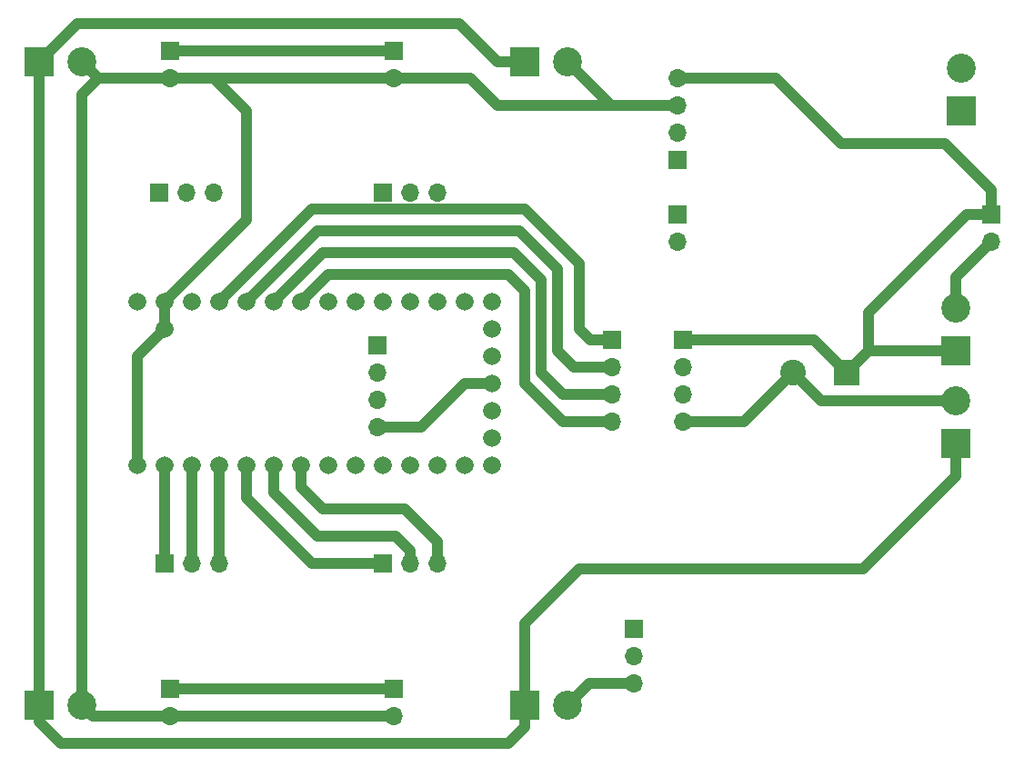
<source format=gtl>
%TF.GenerationSoftware,KiCad,Pcbnew,5.1.10-88a1d61d58~88~ubuntu18.04.1*%
%TF.CreationDate,2022-01-24T00:07:05+01:00*%
%TF.ProjectId,catbot_electronics_board,7061766c-6f76-45f6-9d69-6e695f656c65,rev?*%
%TF.SameCoordinates,Original*%
%TF.FileFunction,Copper,L1,Top*%
%TF.FilePolarity,Positive*%
%FSLAX46Y46*%
G04 Gerber Fmt 4.6, Leading zero omitted, Abs format (unit mm)*
G04 Created by KiCad (PCBNEW 5.1.10-88a1d61d58~88~ubuntu18.04.1) date 2022-01-24 00:07:05*
%MOMM*%
%LPD*%
G01*
G04 APERTURE LIST*
%TA.AperFunction,ComponentPad*%
%ADD10R,2.700000X2.700000*%
%TD*%
%TA.AperFunction,ComponentPad*%
%ADD11C,2.700000*%
%TD*%
%TA.AperFunction,ComponentPad*%
%ADD12R,1.700000X1.700000*%
%TD*%
%TA.AperFunction,ComponentPad*%
%ADD13O,1.700000X1.700000*%
%TD*%
%TA.AperFunction,ComponentPad*%
%ADD14C,1.665000*%
%TD*%
%TA.AperFunction,ComponentPad*%
%ADD15C,2.400000*%
%TD*%
%TA.AperFunction,ComponentPad*%
%ADD16R,2.400000X2.400000*%
%TD*%
%TA.AperFunction,Conductor*%
%ADD17C,1.000000*%
%TD*%
G04 APERTURE END LIST*
D10*
%TO.P,J14,1*%
%TO.N,VCC*%
X152908000Y-121412000D03*
D11*
%TO.P,J14,2*%
%TO.N,GND*%
X152908000Y-117452000D03*
%TD*%
D10*
%TO.P,J8,1*%
%TO.N,+7.5V*%
X67564000Y-154432000D03*
D11*
%TO.P,J8,2*%
%TO.N,GND*%
X71524000Y-154432000D03*
%TD*%
D12*
%TO.P,J21,1*%
%TO.N,VCC*%
X127508000Y-120396000D03*
D13*
%TO.P,J21,2*%
%TO.N,+7.5V*%
X127508000Y-122936000D03*
%TO.P,J21,3*%
%TO.N,Net-(IC1-Pad22)*%
X127508000Y-125476000D03*
%TO.P,J21,4*%
%TO.N,GND*%
X127508000Y-128016000D03*
%TD*%
D12*
%TO.P,J20,1*%
%TO.N,+3V3*%
X79756000Y-152908000D03*
D13*
%TO.P,J20,2*%
%TO.N,GND*%
X79756000Y-155448000D03*
%TD*%
D12*
%TO.P,J19,1*%
%TO.N,+3V3*%
X100584000Y-152908000D03*
D13*
%TO.P,J19,2*%
%TO.N,GND*%
X100584000Y-155448000D03*
%TD*%
D12*
%TO.P,J18,1*%
%TO.N,+3V3*%
X79756000Y-93472000D03*
D13*
%TO.P,J18,2*%
%TO.N,GND*%
X79756000Y-96012000D03*
%TD*%
D12*
%TO.P,J17,1*%
%TO.N,+3V3*%
X100584000Y-93472000D03*
D13*
%TO.P,J17,2*%
%TO.N,GND*%
X100584000Y-96012000D03*
%TD*%
D10*
%TO.P,J16,1*%
%TO.N,+5V*%
X153416000Y-99060000D03*
D11*
%TO.P,J16,2*%
%TO.N,GND*%
X153416000Y-95100000D03*
%TD*%
D10*
%TO.P,J15,1*%
%TO.N,+7.5V*%
X67564000Y-94488000D03*
D11*
%TO.P,J15,2*%
%TO.N,GND*%
X71524000Y-94488000D03*
%TD*%
D12*
%TO.P,J11,1*%
%TO.N,Net-(IC1-Pad30)*%
X120904000Y-120396000D03*
D13*
%TO.P,J11,2*%
%TO.N,Net-(IC1-Pad29)*%
X120904000Y-122936000D03*
%TO.P,J11,3*%
%TO.N,Net-(IC1-Pad28)*%
X120904000Y-125476000D03*
%TO.P,J11,4*%
%TO.N,Net-(IC1-Pad27)*%
X120904000Y-128016000D03*
%TD*%
D10*
%TO.P,J9,1*%
%TO.N,+7.5V*%
X152908000Y-130048000D03*
D11*
%TO.P,J9,2*%
%TO.N,GND*%
X152908000Y-126088000D03*
%TD*%
D12*
%TO.P,J7,1*%
%TO.N,Net-(IC1-Pad5)*%
X99568000Y-141224000D03*
D13*
%TO.P,J7,2*%
%TO.N,Net-(IC1-Pad6)*%
X102108000Y-141224000D03*
%TO.P,J7,3*%
%TO.N,Net-(IC1-Pad7)*%
X104648000Y-141224000D03*
%TD*%
D12*
%TO.P,J6,1*%
%TO.N,Net-(IC1-Pad11)*%
X99568000Y-106680000D03*
D13*
%TO.P,J6,2*%
%TO.N,Net-(IC1-Pad12)*%
X102108000Y-106680000D03*
%TO.P,J6,3*%
%TO.N,Net-(IC1-Pad13)*%
X104648000Y-106680000D03*
%TD*%
D12*
%TO.P,J5,1*%
%TO.N,Net-(IC1-Pad8)*%
X78740000Y-106680000D03*
D13*
%TO.P,J5,2*%
%TO.N,Net-(IC1-Pad9)*%
X81280000Y-106680000D03*
%TO.P,J5,3*%
%TO.N,Net-(IC1-Pad10)*%
X83820000Y-106680000D03*
%TD*%
D12*
%TO.P,J4,1*%
%TO.N,Net-(IC1-Pad2)*%
X79248000Y-141224000D03*
D13*
%TO.P,J4,2*%
%TO.N,Net-(IC1-Pad3)*%
X81788000Y-141224000D03*
%TO.P,J4,3*%
%TO.N,Net-(IC1-Pad4)*%
X84328000Y-141224000D03*
%TD*%
D10*
%TO.P,J3,1*%
%TO.N,+7.5V*%
X112776000Y-94488000D03*
D11*
%TO.P,J3,2*%
%TO.N,GND*%
X116736000Y-94488000D03*
%TD*%
D10*
%TO.P,J2,1*%
%TO.N,+7.5V*%
X112776000Y-154432000D03*
D11*
%TO.P,J2,2*%
%TO.N,GND*%
X116736000Y-154432000D03*
%TD*%
D12*
%TO.P,J1,1*%
%TO.N,Net-(IC1-Pad16)*%
X99060000Y-120904000D03*
D13*
%TO.P,J1,2*%
%TO.N,Net-(IC1-Pad25)*%
X99060000Y-123444000D03*
%TO.P,J1,3*%
%TO.N,Net-(IC1-Pad26)*%
X99060000Y-125984000D03*
%TO.P,J1,4*%
%TO.N,GND*%
X99060000Y-128524000D03*
%TD*%
D12*
%TO.P,J12,1*%
%TO.N,+5V*%
X127000000Y-103632000D03*
D13*
%TO.P,J12,2*%
%TO.N,GND*%
X127000000Y-101092000D03*
%TO.P,J12,3*%
X127000000Y-98552000D03*
%TO.P,J12,4*%
%TO.N,VCC*%
X127000000Y-96012000D03*
%TD*%
D12*
%TO.P,J13,3*%
%TO.N,VCC*%
X156210000Y-108712000D03*
D13*
%TO.P,J13,4*%
%TO.N,GND*%
X156210000Y-111252000D03*
%TO.P,J13,2*%
X127000000Y-111252000D03*
D12*
%TO.P,J13,1*%
%TO.N,+3V3*%
X127000000Y-108712000D03*
%TD*%
D13*
%TO.P,J10,3*%
%TO.N,GND*%
X122936000Y-152400000D03*
%TO.P,J10,2*%
%TO.N,+3V3*%
X122936000Y-149860000D03*
D12*
%TO.P,J10,1*%
%TO.N,Net-(IC1-Pad21)*%
X122936000Y-147320000D03*
%TD*%
D14*
%TO.P,Teensy,34*%
%TO.N,GND*%
X79248000Y-119380000D03*
%TO.P,Teensy,33*%
%TO.N,Net-(IC1-Pad33)*%
X76708000Y-116840000D03*
%TO.P,Teensy,32*%
%TO.N,GND*%
X79248000Y-116840000D03*
%TO.P,Teensy,31*%
%TO.N,Net-(IC1-Pad31)*%
X81788000Y-116840000D03*
%TO.P,Teensy,30*%
%TO.N,Net-(IC1-Pad30)*%
X84328000Y-116840000D03*
%TO.P,Teensy,29*%
%TO.N,Net-(IC1-Pad29)*%
X86868000Y-116840000D03*
%TO.P,Teensy,28*%
%TO.N,Net-(IC1-Pad28)*%
X89408000Y-116840000D03*
%TO.P,Teensy,27*%
%TO.N,Net-(IC1-Pad27)*%
X91948000Y-116840000D03*
%TO.P,Teensy,26*%
%TO.N,Net-(IC1-Pad26)*%
X94488000Y-116840000D03*
%TO.P,Teensy,25*%
%TO.N,Net-(IC1-Pad25)*%
X97028000Y-116840000D03*
%TO.P,Teensy,24*%
%TO.N,Net-(IC1-Pad24)*%
X99568000Y-116840000D03*
%TO.P,Teensy,23*%
%TO.N,Net-(IC1-Pad23)*%
X102108000Y-116840000D03*
%TO.P,Teensy,22*%
%TO.N,Net-(IC1-Pad22)*%
X104648000Y-116840000D03*
%TO.P,Teensy,21*%
%TO.N,Net-(IC1-Pad21)*%
X107188000Y-116840000D03*
%TO.P,Teensy,20*%
%TO.N,Net-(IC1-Pad20)*%
X109728000Y-116840000D03*
%TO.P,Teensy,19*%
%TO.N,Net-(IC1-Pad19)*%
X109728000Y-119380000D03*
%TO.P,Teensy,18*%
%TO.N,Net-(IC1-Pad18)*%
X109728000Y-121920000D03*
%TO.P,Teensy,17*%
%TO.N,GND*%
X109728000Y-124460000D03*
%TO.P,Teensy,16*%
%TO.N,Net-(IC1-Pad16)*%
X109728000Y-127000000D03*
%TO.P,Teensy,15*%
%TO.N,Net-(IC1-Pad15)*%
X109728000Y-129540000D03*
%TO.P,Teensy,14*%
%TO.N,Net-(IC1-Pad14)*%
X109728000Y-132080000D03*
%TO.P,Teensy,13*%
%TO.N,Net-(IC1-Pad13)*%
X107188000Y-132080000D03*
%TO.P,Teensy,12*%
%TO.N,Net-(IC1-Pad12)*%
X104648000Y-132080000D03*
%TO.P,Teensy,11*%
%TO.N,Net-(IC1-Pad11)*%
X102108000Y-132080000D03*
%TO.P,Teensy,10*%
%TO.N,Net-(IC1-Pad10)*%
X99568000Y-132080000D03*
%TO.P,Teensy,9*%
%TO.N,Net-(IC1-Pad9)*%
X97028000Y-132080000D03*
%TO.P,Teensy,8*%
%TO.N,Net-(IC1-Pad8)*%
X94488000Y-132080000D03*
%TO.P,Teensy,7*%
%TO.N,Net-(IC1-Pad7)*%
X91948000Y-132080000D03*
%TO.P,Teensy,6*%
%TO.N,Net-(IC1-Pad6)*%
X89408000Y-132080000D03*
%TO.P,Teensy,5*%
%TO.N,Net-(IC1-Pad5)*%
X86868000Y-132080000D03*
%TO.P,Teensy,4*%
%TO.N,Net-(IC1-Pad4)*%
X84328000Y-132080000D03*
%TO.P,Teensy,3*%
%TO.N,Net-(IC1-Pad3)*%
X81788000Y-132080000D03*
%TO.P,Teensy,2*%
%TO.N,Net-(IC1-Pad2)*%
X79248000Y-132080000D03*
%TO.P,Teensy,1*%
%TO.N,GND*%
X76708000Y-132080000D03*
%TD*%
D15*
%TO.P,C1,2*%
%TO.N,GND*%
X137748000Y-123444000D03*
D16*
%TO.P,C1,1*%
%TO.N,VCC*%
X142748000Y-123444000D03*
%TD*%
D17*
%TO.N,Net-(IC1-Pad30)*%
X120904000Y-120396000D02*
X118872000Y-120396000D01*
X118872000Y-120396000D02*
X117856000Y-119380000D01*
X117856000Y-119380000D02*
X117856000Y-113284000D01*
X112802001Y-108230001D02*
X92990001Y-108230001D01*
X117856000Y-113284000D02*
X112802001Y-108230001D01*
X92990001Y-108230001D02*
X92964000Y-108204000D01*
X92964000Y-108204000D02*
X84328000Y-116840000D01*
%TO.N,Net-(IC1-Pad29)*%
X120904000Y-122936000D02*
X117348000Y-122936000D01*
X117348000Y-122936000D02*
X115824000Y-121412000D01*
X115824000Y-121412000D02*
X115824000Y-113792000D01*
X115824000Y-113792000D02*
X112268000Y-110236000D01*
X93472000Y-110236000D02*
X86868000Y-116840000D01*
X112268000Y-110236000D02*
X93472000Y-110236000D01*
%TO.N,Net-(IC1-Pad28)*%
X111760000Y-112268000D02*
X93980000Y-112268000D01*
X114300000Y-123444000D02*
X114300000Y-114808000D01*
X114300000Y-114808000D02*
X111760000Y-112268000D01*
X120904000Y-125476000D02*
X116332000Y-125476000D01*
X93980000Y-112268000D02*
X89408000Y-116840000D01*
X116332000Y-125476000D02*
X114300000Y-123444000D01*
%TO.N,Net-(IC1-Pad27)*%
X119380000Y-128016000D02*
X116332000Y-128016000D01*
X116332000Y-128016000D02*
X112776000Y-124460000D01*
X112776000Y-124460000D02*
X112776000Y-115824000D01*
X112776000Y-115824000D02*
X111252000Y-114300000D01*
X94488000Y-114300000D02*
X91948000Y-116840000D01*
X111252000Y-114300000D02*
X94488000Y-114300000D01*
X119380000Y-128016000D02*
X120904000Y-128016000D01*
%TO.N,Net-(IC1-Pad7)*%
X104648000Y-141224000D02*
X104648000Y-139192000D01*
X104648000Y-139192000D02*
X101600000Y-136144000D01*
X101600000Y-136144000D02*
X93980000Y-136144000D01*
X91948000Y-134112000D02*
X91948000Y-132080000D01*
X93980000Y-136144000D02*
X91948000Y-134112000D01*
%TO.N,Net-(IC1-Pad6)*%
X102108000Y-140021919D02*
X100770081Y-138684000D01*
X102108000Y-141224000D02*
X102108000Y-140021919D01*
X100770081Y-138684000D02*
X93472000Y-138684000D01*
X89408000Y-134620000D02*
X89408000Y-132080000D01*
X93472000Y-138684000D02*
X89408000Y-134620000D01*
%TO.N,Net-(IC1-Pad5)*%
X99568000Y-141224000D02*
X92964000Y-141224000D01*
X86868000Y-135128000D02*
X86868000Y-132080000D01*
X92964000Y-141224000D02*
X86868000Y-135128000D01*
%TO.N,Net-(IC1-Pad4)*%
X84328000Y-141224000D02*
X84328000Y-132080000D01*
%TO.N,Net-(IC1-Pad3)*%
X81788000Y-141224000D02*
X81788000Y-132080000D01*
%TO.N,Net-(IC1-Pad2)*%
X79248000Y-141224000D02*
X79248000Y-132080000D01*
%TO.N,GND*%
X140392000Y-126088000D02*
X137748000Y-123444000D01*
X152908000Y-126088000D02*
X140392000Y-126088000D01*
X152908000Y-114554000D02*
X156210000Y-111252000D01*
X152908000Y-117452000D02*
X152908000Y-114554000D01*
X133176000Y-128016000D02*
X137748000Y-123444000D01*
X127508000Y-128016000D02*
X133176000Y-128016000D01*
X120800000Y-98552000D02*
X116736000Y-94488000D01*
X127000000Y-98552000D02*
X120800000Y-98552000D01*
X120800000Y-98552000D02*
X110236000Y-98552000D01*
X107696000Y-96012000D02*
X100584000Y-96012000D01*
X110236000Y-98552000D02*
X107696000Y-96012000D01*
X73048000Y-96012000D02*
X71524000Y-94488000D01*
X79756000Y-96012000D02*
X73048000Y-96012000D01*
X118768000Y-152400000D02*
X116736000Y-154432000D01*
X122936000Y-152400000D02*
X118768000Y-152400000D01*
X100584000Y-155448000D02*
X79756000Y-155448000D01*
X72540000Y-155448000D02*
X71524000Y-154432000D01*
X79756000Y-155448000D02*
X72540000Y-155448000D01*
X79248000Y-119380000D02*
X79248000Y-116840000D01*
X79248000Y-116840000D02*
X86868000Y-109220000D01*
X86868000Y-99060000D02*
X83820000Y-96012000D01*
X86868000Y-109220000D02*
X86868000Y-99060000D01*
X100584000Y-96012000D02*
X83820000Y-96012000D01*
X83820000Y-96012000D02*
X79756000Y-96012000D01*
X71524000Y-97536000D02*
X73048000Y-96012000D01*
X71524000Y-154432000D02*
X71524000Y-97536000D01*
X76708000Y-121920000D02*
X79248000Y-119380000D01*
X76708000Y-132080000D02*
X76708000Y-121920000D01*
X109728000Y-124460000D02*
X107188000Y-124460000D01*
X103124000Y-128524000D02*
X99060000Y-128524000D01*
X107188000Y-124460000D02*
X103124000Y-128524000D01*
%TO.N,VCC*%
X144780000Y-121412000D02*
X142748000Y-123444000D01*
X152908000Y-121412000D02*
X144780000Y-121412000D01*
X144780000Y-121412000D02*
X144780000Y-117856000D01*
X153924000Y-108712000D02*
X156210000Y-108712000D01*
X144780000Y-117856000D02*
X153924000Y-108712000D01*
X156210000Y-108712000D02*
X156210000Y-106426000D01*
X156210000Y-106426000D02*
X151892000Y-102108000D01*
X151892000Y-102108000D02*
X142240000Y-102108000D01*
X136144000Y-96012000D02*
X127000000Y-96012000D01*
X142240000Y-102108000D02*
X136144000Y-96012000D01*
X139700000Y-120396000D02*
X127508000Y-120396000D01*
X142748000Y-123444000D02*
X139700000Y-120396000D01*
%TO.N,+7.5V*%
X112776000Y-94488000D02*
X110236000Y-94488000D01*
X110236000Y-94488000D02*
X106680000Y-90932000D01*
X71120000Y-90932000D02*
X67564000Y-94488000D01*
X106680000Y-90932000D02*
X71120000Y-90932000D01*
X67564000Y-154432000D02*
X67564000Y-94488000D01*
X67564000Y-154432000D02*
X67564000Y-155956000D01*
X67564000Y-155956000D02*
X69596000Y-157988000D01*
X69596000Y-157988000D02*
X111252000Y-157988000D01*
X112776000Y-156464000D02*
X112776000Y-154432000D01*
X111252000Y-157988000D02*
X112776000Y-156464000D01*
X152908000Y-130048000D02*
X152908000Y-133096000D01*
X152908000Y-133096000D02*
X144272000Y-141732000D01*
X144272000Y-141732000D02*
X117856000Y-141732000D01*
X112776000Y-146812000D02*
X112776000Y-154432000D01*
X117856000Y-141732000D02*
X112776000Y-146812000D01*
%TO.N,+3V3*%
X100584000Y-93472000D02*
X79756000Y-93472000D01*
X100584000Y-152908000D02*
X79756000Y-152908000D01*
%TD*%
M02*

</source>
